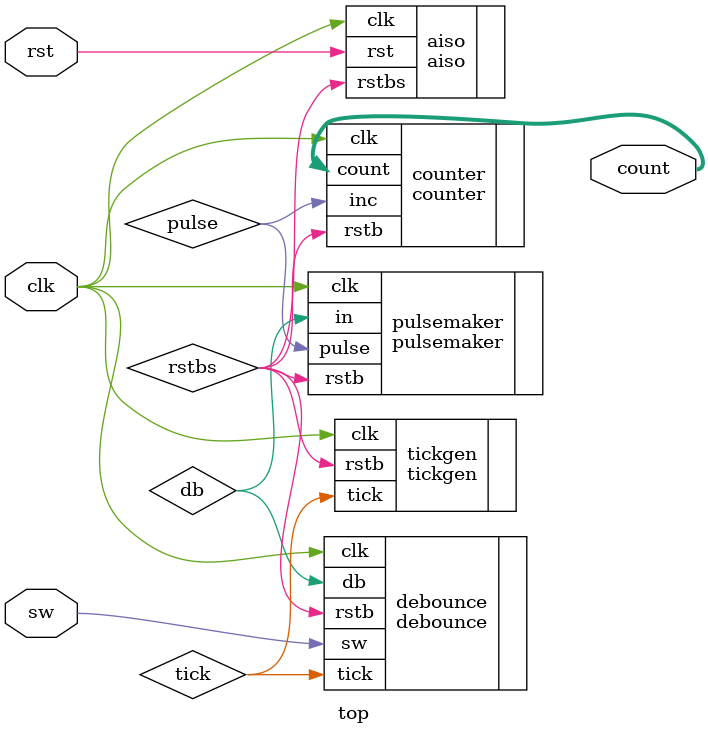
<source format=v>
`timescale 1ns / 1ns
module top(clk, rst, sw, count);

input clk;
input rst;
input sw;
output [7:0] count;

aiso aiso (.clk (clk), .rst (rst), .rstbs (rstbs));

tickgen tickgen (.clk (clk), .rstb (rstbs), .tick(tick));

debounce debounce (.clk(clk), .rstb (rstbs) ,.tick(tick) ,.sw(sw), .db (db));

pulsemaker pulsemaker (.clk(clk) , .rstb (rstbs) ,.in (db), .pulse(pulse));

counter counter (.clk(clk), .rstb (rstbs) , .inc (pulse) , .count(count));

endmodule

</source>
